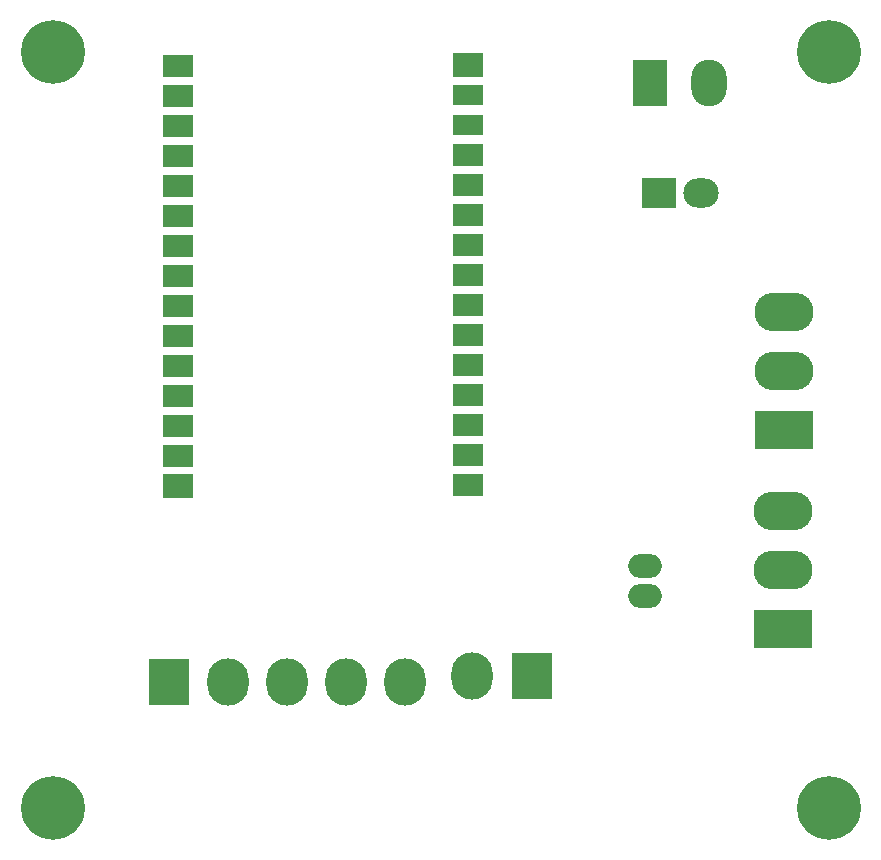
<source format=gbr>
%TF.GenerationSoftware,KiCad,Pcbnew,7.0.3*%
%TF.CreationDate,2023-06-20T17:59:41-05:00*%
%TF.ProjectId,water_tank_module,77617465-725f-4746-916e-6b5f6d6f6475,rev?*%
%TF.SameCoordinates,Original*%
%TF.FileFunction,Soldermask,Bot*%
%TF.FilePolarity,Negative*%
%FSLAX46Y46*%
G04 Gerber Fmt 4.6, Leading zero omitted, Abs format (unit mm)*
G04 Created by KiCad (PCBNEW 7.0.3) date 2023-06-20 17:59:41*
%MOMM*%
%LPD*%
G01*
G04 APERTURE LIST*
%ADD10R,5.000000X3.300000*%
%ADD11O,5.000000X3.300000*%
%ADD12R,3.500000X4.000000*%
%ADD13O,3.500000X4.000000*%
%ADD14C,5.400000*%
%ADD15R,3.000000X2.500000*%
%ADD16O,3.000000X2.500000*%
%ADD17R,2.540000X2.100000*%
%ADD18R,2.540000X1.740000*%
%ADD19R,2.540000X1.950000*%
%ADD20R,3.000000X3.960000*%
%ADD21O,3.000000X3.960000*%
%ADD22O,2.850000X2.025000*%
%ADD23R,2.540000X2.000000*%
G04 APERTURE END LIST*
D10*
%TO.C,J4*%
X181670000Y-103000000D03*
D11*
X181670000Y-98000000D03*
X181670000Y-93000000D03*
%TD*%
D10*
%TO.C,J2*%
X181527500Y-119857500D03*
D11*
X181527500Y-114857500D03*
X181527500Y-109857500D03*
%TD*%
D12*
%TO.C,J3*%
X129562500Y-124357500D03*
D13*
X134562500Y-124357500D03*
X139562500Y-124357500D03*
X144562500Y-124357500D03*
X149562500Y-124357500D03*
%TD*%
D14*
%TO.C,H2*%
X185420000Y-135000000D03*
%TD*%
D15*
%TO.C,C1*%
X171070887Y-82999113D03*
D16*
X174620887Y-82999113D03*
%TD*%
D14*
%TO.C,H3*%
X119750000Y-71000000D03*
%TD*%
D17*
%TO.C,J_esp0*%
X154875000Y-72105000D03*
D18*
X154875000Y-74645000D03*
X154875000Y-77185000D03*
D19*
X154875000Y-79725000D03*
X154875000Y-82265000D03*
X154875000Y-84805000D03*
X154875000Y-87345000D03*
X154875000Y-89885000D03*
X154875000Y-92425000D03*
X154875000Y-94965000D03*
X154875000Y-97505000D03*
X154875000Y-100045000D03*
X154875000Y-102585000D03*
X154875000Y-105125000D03*
X154875000Y-107665000D03*
%TD*%
D20*
%TO.C,5V1*%
X170298200Y-73688063D03*
D21*
X175298200Y-73688063D03*
%TD*%
D14*
%TO.C,H4*%
X185420000Y-71000000D03*
%TD*%
%TO.C,H1*%
X119750000Y-135000000D03*
%TD*%
D12*
%TO.C,J1*%
X160277500Y-123892500D03*
D13*
X155277500Y-123892500D03*
%TD*%
D22*
%TO.C,R11*%
X169870000Y-114554750D03*
X169870000Y-117094750D03*
%TD*%
D23*
%TO.C,J_esp1*%
X130334500Y-107744000D03*
D19*
X130334500Y-105204000D03*
X130334500Y-102664000D03*
X130334500Y-100124000D03*
X130334500Y-97584000D03*
X130334500Y-95044000D03*
X130334500Y-92504000D03*
X130334500Y-89964000D03*
X130334500Y-87424000D03*
X130334500Y-84884000D03*
X130334500Y-82344000D03*
X130334500Y-79804000D03*
X130334500Y-77264000D03*
X130334500Y-74724000D03*
X130334500Y-72184000D03*
%TD*%
M02*

</source>
